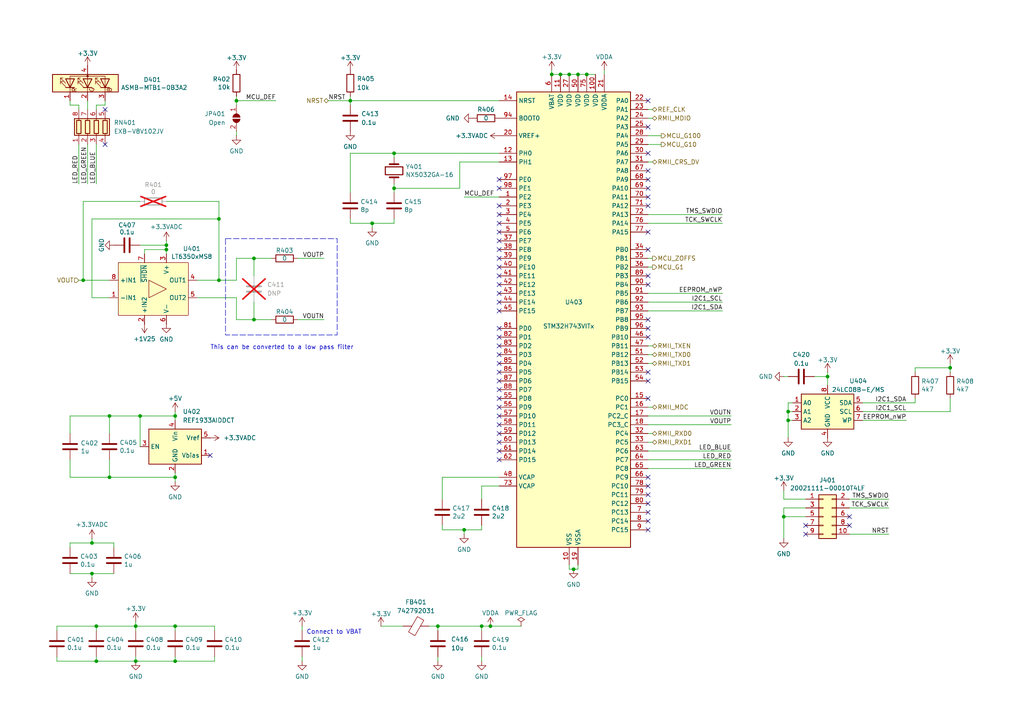
<source format=kicad_sch>
(kicad_sch (version 20231120) (generator "eeschema") (generator_version "8.0")
  (paper "A4")
  (junction (at 39.37 181.61))
  (junction (at 50.8 191.77))
  (junction (at 31.75 138.43))
  (junction (at 48.26 71.12))
  (junction (at 167.64 21.59))
  (junction (at 228.6 119.38))
  (junction (at 48.26 72.39))
  (junction (at 139.7 181.61))
  (junction (at 40.64 120.65))
  (junction (at 101.6 29.21))
  (junction (at 170.18 21.59))
  (junction (at 228.6 121.92))
  (junction (at 166.37 165.1))
  (junction (at 27.94 191.77))
  (junction (at 63.5 63.5))
  (junction (at 134.62 153.67))
  (junction (at 142.24 181.61))
  (junction (at 107.95 64.77))
  (junction (at 73.66 92.71))
  (junction (at 162.56 21.59))
  (junction (at 50.8 138.43))
  (junction (at 275.59 106.68))
  (junction (at 114.3 54.61))
  (junction (at 227.33 149.86))
  (junction (at 39.37 191.77))
  (junction (at 127 181.61))
  (junction (at 50.8 181.61))
  (junction (at 27.94 181.61))
  (junction (at 114.3 44.45))
  (junction (at 24.13 81.28))
  (junction (at 240.03 109.22))
  (junction (at 31.75 120.65))
  (junction (at 26.67 166.37))
  (junction (at 63.5 81.28))
  (junction (at 26.67 157.48))
  (junction (at 160.02 21.59))
  (junction (at 50.8 120.65))
  (junction (at 68.58 29.21))
  (junction (at 73.66 74.93))
  (junction (at 165.1 21.59))
  (no_connect (at 144.78 85.09))
  (no_connect (at 144.78 62.23))
  (no_connect (at 187.96 57.15))
  (no_connect (at 144.78 105.41))
  (no_connect (at 144.78 102.87))
  (no_connect (at 144.78 115.57))
  (no_connect (at 187.96 59.69))
  (no_connect (at 144.78 100.33))
  (no_connect (at 246.38 152.4))
  (no_connect (at 187.96 97.79))
  (no_connect (at 187.96 44.45))
  (no_connect (at 144.78 90.17))
  (no_connect (at 187.96 107.95))
  (no_connect (at 144.78 118.11))
  (no_connect (at 187.96 110.49))
  (no_connect (at 144.78 125.73))
  (no_connect (at 233.68 154.94))
  (no_connect (at 187.96 146.05))
  (no_connect (at 187.96 92.71))
  (no_connect (at 144.78 59.69))
  (no_connect (at 187.96 49.53))
  (no_connect (at 187.96 80.01))
  (no_connect (at 144.78 95.25))
  (no_connect (at 144.78 82.55))
  (no_connect (at 144.78 110.49))
  (no_connect (at 144.78 87.63))
  (no_connect (at 144.78 64.77))
  (no_connect (at 144.78 113.03))
  (no_connect (at 187.96 54.61))
  (no_connect (at 144.78 97.79))
  (no_connect (at 187.96 138.43))
  (no_connect (at 144.78 130.81))
  (no_connect (at 187.96 143.51))
  (no_connect (at 187.96 148.59))
  (no_connect (at 187.96 115.57))
  (no_connect (at 187.96 36.83))
  (no_connect (at 187.96 52.07))
  (no_connect (at 187.96 67.31))
  (no_connect (at 144.78 52.07))
  (no_connect (at 144.78 107.95))
  (no_connect (at 30.48 41.91))
  (no_connect (at 187.96 151.13))
  (no_connect (at 246.38 149.86))
  (no_connect (at 144.78 74.93))
  (no_connect (at 144.78 80.01))
  (no_connect (at 187.96 29.21))
  (no_connect (at 30.48 31.75))
  (no_connect (at 187.96 153.67))
  (no_connect (at 187.96 72.39))
  (no_connect (at 187.96 95.25))
  (no_connect (at 144.78 128.27))
  (no_connect (at 187.96 140.97))
  (no_connect (at 144.78 120.65))
  (no_connect (at 144.78 54.61))
  (no_connect (at 144.78 77.47))
  (no_connect (at 60.96 132.08))
  (no_connect (at 144.78 69.85))
  (no_connect (at 144.78 133.35))
  (no_connect (at 144.78 67.31))
  (no_connect (at 144.78 72.39))
  (no_connect (at 187.96 82.55))
  (no_connect (at 144.78 123.19))
  (no_connect (at 233.68 152.4))
  (wire (pts (xy 39.37 190.5) (xy 39.37 191.77)))
  (wire (pts (xy 73.66 74.93) (xy 78.74 74.93)))
  (wire (pts (xy 50.8 181.61) (xy 39.37 181.61)))
  (wire (pts (xy 162.56 21.59) (xy 165.1 21.59)))
  (wire (pts (xy 63.5 81.28) (xy 68.58 81.28)))
  (wire (pts (xy 265.43 107.95) (xy 265.43 106.68)))
  (wire (pts (xy 25.4 29.21) (xy 25.4 31.75)))
  (wire (pts (xy 165.1 165.1) (xy 166.37 165.1)))
  (wire (pts (xy 26.67 63.5) (xy 63.5 63.5)))
  (wire (pts (xy 26.67 86.36) (xy 31.75 86.36)))
  (wire (pts (xy 101.6 29.21) (xy 144.78 29.21)))
  (wire (pts (xy 39.37 181.61) (xy 27.94 181.61)))
  (wire (pts (xy 31.75 120.65) (xy 40.64 120.65)))
  (wire (pts (xy 189.23 77.47) (xy 187.96 77.47)))
  (wire (pts (xy 68.58 30.48) (xy 68.58 29.21)))
  (wire (pts (xy 33.02 157.48) (xy 26.67 157.48)))
  (wire (pts (xy 187.96 46.99) (xy 189.23 46.99)))
  (wire (pts (xy 240.03 109.22) (xy 240.03 111.76)))
  (wire (pts (xy 187.96 133.35) (xy 212.09 133.35)))
  (wire (pts (xy 26.67 156.21) (xy 26.67 157.48)))
  (wire (pts (xy 165.1 163.83) (xy 165.1 165.1)))
  (wire (pts (xy 228.6 127) (xy 228.6 121.92)))
  (wire (pts (xy 40.64 71.12) (xy 48.26 71.12)))
  (wire (pts (xy 27.94 181.61) (xy 16.51 181.61)))
  (wire (pts (xy 50.8 191.77) (xy 62.23 191.77)))
  (wire (pts (xy 86.36 92.71) (xy 93.98 92.71)))
  (wire (pts (xy 139.7 140.97) (xy 144.78 140.97)))
  (wire (pts (xy 41.91 72.39) (xy 41.91 73.66)))
  (wire (pts (xy 26.67 157.48) (xy 20.32 157.48)))
  (wire (pts (xy 20.32 120.65) (xy 31.75 120.65)))
  (wire (pts (xy 233.68 149.86) (xy 227.33 149.86)))
  (wire (pts (xy 87.63 181.61) (xy 87.63 182.88)))
  (wire (pts (xy 187.96 118.11) (xy 189.23 118.11)))
  (wire (pts (xy 26.67 86.36) (xy 26.67 63.5)))
  (wire (pts (xy 31.75 120.65) (xy 31.75 125.73)))
  (wire (pts (xy 30.48 30.48) (xy 27.94 30.48)))
  (wire (pts (xy 73.66 87.63) (xy 73.66 92.71)))
  (wire (pts (xy 187.96 125.73) (xy 189.23 125.73)))
  (wire (pts (xy 250.19 116.84) (xy 265.43 116.84)))
  (wire (pts (xy 27.94 30.48) (xy 27.94 31.75)))
  (wire (pts (xy 57.15 81.28) (xy 63.5 81.28)))
  (wire (pts (xy 139.7 181.61) (xy 139.7 182.88)))
  (wire (pts (xy 48.26 73.66) (xy 48.26 72.39)))
  (wire (pts (xy 40.64 120.65) (xy 50.8 120.65)))
  (wire (pts (xy 134.62 153.67) (xy 139.7 153.67)))
  (wire (pts (xy 250.19 121.92) (xy 262.89 121.92)))
  (wire (pts (xy 114.3 64.77) (xy 114.3 63.5)))
  (wire (pts (xy 275.59 105.41) (xy 275.59 106.68)))
  (wire (pts (xy 107.95 64.77) (xy 114.3 64.77)))
  (wire (pts (xy 191.77 39.37) (xy 187.96 39.37)))
  (wire (pts (xy 22.86 41.91) (xy 22.86 53.34)))
  (wire (pts (xy 187.96 34.29) (xy 189.23 34.29)))
  (wire (pts (xy 20.32 138.43) (xy 20.32 133.35)))
  (wire (pts (xy 227.33 149.86) (xy 227.33 147.32)))
  (wire (pts (xy 191.77 41.91) (xy 187.96 41.91)))
  (wire (pts (xy 236.22 109.22) (xy 240.03 109.22)))
  (wire (pts (xy 48.26 72.39) (xy 41.91 72.39)))
  (wire (pts (xy 187.96 100.33) (xy 189.23 100.33)))
  (wire (pts (xy 189.23 74.93) (xy 187.96 74.93)))
  (wire (pts (xy 187.96 105.41) (xy 189.23 105.41)))
  (wire (pts (xy 20.32 157.48) (xy 20.32 158.75)))
  (wire (pts (xy 114.3 44.45) (xy 101.6 44.45)))
  (wire (pts (xy 187.96 128.27) (xy 189.23 128.27)))
  (wire (pts (xy 110.49 181.61) (xy 116.84 181.61)))
  (wire (pts (xy 139.7 181.61) (xy 142.24 181.61)))
  (wire (pts (xy 189.23 102.87) (xy 187.96 102.87)))
  (wire (pts (xy 50.8 138.43) (xy 50.8 139.7)))
  (wire (pts (xy 139.7 140.97) (xy 139.7 144.78)))
  (wire (pts (xy 62.23 181.61) (xy 62.23 182.88)))
  (wire (pts (xy 24.13 81.28) (xy 31.75 81.28)))
  (wire (pts (xy 48.26 58.42) (xy 63.5 58.42)))
  (wire (pts (xy 160.02 21.59) (xy 162.56 21.59)))
  (wire (pts (xy 39.37 181.61) (xy 39.37 182.88)))
  (wire (pts (xy 16.51 190.5) (xy 16.51 191.77)))
  (wire (pts (xy 16.51 181.61) (xy 16.51 182.88)))
  (wire (pts (xy 133.35 46.99) (xy 133.35 54.61)))
  (wire (pts (xy 144.78 46.99) (xy 133.35 46.99)))
  (wire (pts (xy 68.58 74.93) (xy 73.66 74.93)))
  (wire (pts (xy 187.96 123.19) (xy 212.09 123.19)))
  (wire (pts (xy 68.58 81.28) (xy 68.58 74.93)))
  (wire (pts (xy 73.66 74.93) (xy 73.66 80.01)))
  (wire (pts (xy 228.6 119.38) (xy 228.6 121.92)))
  (wire (pts (xy 167.64 163.83) (xy 167.64 165.1)))
  (wire (pts (xy 187.96 120.65) (xy 212.09 120.65)))
  (wire (pts (xy 228.6 121.92) (xy 229.87 121.92)))
  (wire (pts (xy 27.94 181.61) (xy 27.94 182.88)))
  (wire (pts (xy 246.38 147.32) (xy 257.81 147.32)))
  (wire (pts (xy 50.8 181.61) (xy 50.8 182.88)))
  (wire (pts (xy 31.75 133.35) (xy 31.75 138.43)))
  (wire (pts (xy 134.62 57.15) (xy 144.78 57.15)))
  (wire (pts (xy 50.8 120.65) (xy 50.8 121.92)))
  (wire (pts (xy 48.26 71.12) (xy 48.26 72.39)))
  (wire (pts (xy 227.33 142.24) (xy 227.33 144.78)))
  (wire (pts (xy 128.27 138.43) (xy 144.78 138.43)))
  (wire (pts (xy 101.6 63.5) (xy 101.6 64.77)))
  (wire (pts (xy 80.01 29.21) (xy 68.58 29.21)))
  (wire (pts (xy 246.38 144.78) (xy 257.81 144.78)))
  (wire (pts (xy 227.33 147.32) (xy 233.68 147.32)))
  (wire (pts (xy 167.64 21.59) (xy 170.18 21.59)))
  (wire (pts (xy 187.96 87.63) (xy 209.55 87.63)))
  (wire (pts (xy 175.26 20.32) (xy 175.26 21.59)))
  (wire (pts (xy 68.58 38.1) (xy 68.58 39.37)))
  (wire (pts (xy 20.32 29.21) (xy 20.32 30.48)))
  (wire (pts (xy 68.58 86.36) (xy 57.15 86.36)))
  (wire (pts (xy 265.43 116.84) (xy 265.43 115.57)))
  (wire (pts (xy 22.86 81.28) (xy 24.13 81.28)))
  (wire (pts (xy 114.3 53.34) (xy 114.3 54.61)))
  (wire (pts (xy 139.7 191.77) (xy 139.7 190.5)))
  (wire (pts (xy 50.8 138.43) (xy 31.75 138.43)))
  (wire (pts (xy 187.96 90.17) (xy 209.55 90.17)))
  (wire (pts (xy 68.58 92.71) (xy 73.66 92.71)))
  (wire (pts (xy 134.62 154.94) (xy 134.62 153.67)))
  (wire (pts (xy 128.27 153.67) (xy 134.62 153.67)))
  (wire (pts (xy 101.6 29.21) (xy 101.6 30.48)))
  (wire (pts (xy 128.27 152.4) (xy 128.27 153.67)))
  (wire (pts (xy 22.86 30.48) (xy 22.86 31.75)))
  (wire (pts (xy 63.5 63.5) (xy 63.5 81.28)))
  (wire (pts (xy 27.94 41.91) (xy 27.94 53.34)))
  (wire (pts (xy 187.96 135.89) (xy 212.09 135.89)))
  (wire (pts (xy 275.59 119.38) (xy 275.59 115.57)))
  (wire (pts (xy 160.02 20.32) (xy 160.02 21.59)))
  (wire (pts (xy 127 181.61) (xy 124.46 181.61)))
  (wire (pts (xy 246.38 154.94) (xy 257.81 154.94)))
  (wire (pts (xy 95.25 29.21) (xy 101.6 29.21)))
  (wire (pts (xy 275.59 106.68) (xy 275.59 107.95)))
  (wire (pts (xy 101.6 64.77) (xy 107.95 64.77)))
  (wire (pts (xy 240.03 107.95) (xy 240.03 109.22)))
  (wire (pts (xy 187.96 31.75) (xy 189.23 31.75)))
  (wire (pts (xy 50.8 137.16) (xy 50.8 138.43)))
  (wire (pts (xy 33.02 157.48) (xy 33.02 158.75)))
  (wire (pts (xy 68.58 92.71) (xy 68.58 86.36)))
  (wire (pts (xy 229.87 119.38) (xy 228.6 119.38)))
  (wire (pts (xy 166.37 165.1) (xy 167.64 165.1)))
  (wire (pts (xy 127 181.61) (xy 127 182.88)))
  (wire (pts (xy 62.23 181.61) (xy 50.8 181.61)))
  (wire (pts (xy 133.35 54.61) (xy 114.3 54.61)))
  (wire (pts (xy 229.87 116.84) (xy 228.6 116.84)))
  (wire (pts (xy 25.4 41.91) (xy 25.4 53.34)))
  (wire (pts (xy 73.66 92.71) (xy 78.74 92.71)))
  (wire (pts (xy 228.6 116.84) (xy 228.6 119.38)))
  (wire (pts (xy 187.96 62.23) (xy 209.55 62.23)))
  (wire (pts (xy 39.37 180.34) (xy 39.37 181.61)))
  (wire (pts (xy 127 181.61) (xy 139.7 181.61)))
  (wire (pts (xy 40.64 120.65) (xy 40.64 129.54)))
  (wire (pts (xy 227.33 144.78) (xy 233.68 144.78)))
  (wire (pts (xy 30.48 29.21) (xy 30.48 30.48)))
  (wire (pts (xy 227.33 109.22) (xy 228.6 109.22)))
  (wire (pts (xy 114.3 45.72) (xy 114.3 44.45)))
  (wire (pts (xy 27.94 190.5) (xy 27.94 191.77)))
  (wire (pts (xy 265.43 106.68) (xy 275.59 106.68)))
  (wire (pts (xy 62.23 191.77) (xy 62.23 190.5)))
  (wire (pts (xy 68.58 29.21) (xy 68.58 27.94)))
  (wire (pts (xy 187.96 130.81) (xy 212.09 130.81)))
  (wire (pts (xy 24.13 58.42) (xy 24.13 81.28)))
  (wire (pts (xy 16.51 191.77) (xy 27.94 191.77)))
  (wire (pts (xy 127 191.77) (xy 127 190.5)))
  (wire (pts (xy 114.3 44.45) (xy 144.78 44.45)))
  (wire (pts (xy 50.8 190.5) (xy 50.8 191.77)))
  (wire (pts (xy 165.1 21.59) (xy 167.64 21.59)))
  (wire (pts (xy 250.19 119.38) (xy 275.59 119.38)))
  (wire (pts (xy 40.64 58.42) (xy 24.13 58.42)))
  (wire (pts (xy 101.6 44.45) (xy 101.6 55.88)))
  (wire (pts (xy 27.94 191.77) (xy 39.37 191.77)))
  (wire (pts (xy 139.7 153.67) (xy 139.7 152.4)))
  (wire (pts (xy 20.32 166.37) (xy 26.67 166.37)))
  (wire (pts (xy 39.37 191.77) (xy 50.8 191.77)))
  (wire (pts (xy 86.36 74.93) (xy 93.98 74.93)))
  (wire (pts (xy 87.63 190.5) (xy 87.63 191.77)))
  (wire (pts (xy 26.67 166.37) (xy 33.02 166.37)))
  (wire (pts (xy 48.26 69.85) (xy 48.26 71.12)))
  (wire (pts (xy 128.27 138.43) (xy 128.27 144.78)))
  (wire (pts (xy 20.32 30.48) (xy 22.86 30.48)))
  (wire (pts (xy 170.18 21.59) (xy 172.72 21.59)))
  (wire (pts (xy 63.5 58.42) (xy 63.5 63.5)))
  (wire (pts (xy 114.3 54.61) (xy 114.3 55.88)))
  (wire (pts (xy 187.96 85.09) (xy 209.55 85.09)))
  (wire (pts (xy 20.32 125.73) (xy 20.32 120.65)))
  (wire (pts (xy 50.8 119.38) (xy 50.8 120.65)))
  (wire (pts (xy 31.75 138.43) (xy 20.32 138.43)))
  (wire (pts (xy 107.95 66.04) (xy 107.95 64.77)))
  (wire (pts (xy 227.33 156.21) (xy 227.33 149.86)))
  (wire (pts (xy 142.24 181.61) (xy 151.13 181.61)))
  (wire (pts (xy 26.67 166.37) (xy 26.67 167.64)))
  (wire (pts (xy 187.96 64.77) (xy 209.55 64.77)))
  (wire (pts (xy 101.6 27.94) (xy 101.6 29.21)))
  (rectangle (start 65.405 69.215) (end 97.79 97.155) (stroke (width 0) (type dash)))
  (text "This can be converted to a low pass filter" (at 81.788 100.838 0) (effects (font (size 1.27 1.27))))
  (text "Connect to VBAT" (at 88.9 184.15 0) (effects (font (size 1.27 1.27)) (justify left bottom)))
  (label "MCU_DEF" (at 134.62 57.15 0))
  (label "VOUTN" (at 93.98 92.71 180))
  (label "MCU_DEF" (at 80.01 29.21 180))
  (label "I2C1_SDA" (at 209.55 90.17 180))
  (label "LED_RED" (at 22.86 53.34 90))
  (label "TCK_SWCLK" (at 209.55 64.77 180))
  (label "I2C1_SDA" (at 262.89 116.84 180))
  (label "LED_BLUE" (at 212.09 130.81 180))
  (label "TCK_SWCLK" (at 257.81 147.32 180))
  (label "VOUTP" (at 212.09 123.19 180))
  (label "I2C1_SCL" (at 262.89 119.38 180))
  (label "EEPROM_nWP" (at 262.89 121.92 180))
  (label "LED_GREEN" (at 25.4 53.34 90))
  (label "VOUTP" (at 93.98 74.93 180))
  (label "LED_GREEN" (at 212.09 135.89 180))
  (label "LED_RED" (at 212.09 133.35 180))
  (label "LED_BLUE" (at 27.94 53.34 90))
  (label "VOUTN" (at 212.09 120.65 180))
  (label "I2C1_SCL" (at 209.55 87.63 180))
  (label "EEPROM_nWP" (at 209.55 85.09 180))
  (label "NRST" (at 257.81 154.94 180))
  (label "TMS_SWDIO" (at 209.55 62.23 180))
  (label "TMS_SWDIO" (at 257.81 144.78 180))
  (label "NRST" (at 95.25 29.21 0))
  (hierarchical_label "RMII_MDC" (shape bidirectional) (at 189.23 118.11 0))
  (hierarchical_label "MCU_G1" (shape output) (at 189.23 77.47 0))
  (hierarchical_label "VOUT" (shape input) (at 22.86 81.28 180))
  (hierarchical_label "RMII_MDIO" (shape bidirectional) (at 189.23 34.29 0))
  (hierarchical_label "RMII_TXD1" (shape bidirectional) (at 189.23 105.41 0))
  (hierarchical_label "REF_CLK" (shape bidirectional) (at 189.23 31.75 0))
  (hierarchical_label "RMII_TXEN" (shape bidirectional) (at 189.23 100.33 0))
  (hierarchical_label "RMII_TXD0" (shape bidirectional) (at 189.23 102.87 0))
  (hierarchical_label "NRST" (shape bidirectional) (at 95.25 29.21 180))
  (hierarchical_label "MCU_G10" (shape output) (at 191.77 41.91 0))
  (hierarchical_label "MCU_ZOFFS" (shape output) (at 189.23 74.93 0))
  (hierarchical_label "RMII_CRS_DV" (shape bidirectional) (at 189.23 46.99 0))
  (hierarchical_label "MCU_G100" (shape output) (at 191.77 39.37 0))
  (hierarchical_label "RMII_RXD0" (shape bidirectional) (at 189.23 125.73 0))
  (hierarchical_label "RMII_RXD1" (shape bidirectional) (at 189.23 128.27 0))
  (symbol (lib_id "power:VDDA") (at 175.26 20.32 0) (unit 1)
    (property "Reference" "#PWR0429" (effects (hide yes)))
    (property "Value" "VDDA" (at 175.26 16.51 0))
    (property "Description" "Power symbol creates a global label with name \"VDDA\"" (effects (hide yes)))
    (instances (project "ETH1ISO224" (path "" (reference "#PWR0429") (unit 1))) (project "ETH1HMSR-SMS" (path "" (reference "#PWR0431") (unit 1))) (project "ETH1IRCAM1" (path "" (reference "#PWR0418") (unit 1))))
  )
  (symbol (lib_id "LED:ASMB-MTB1-0A3A2") (at 25.4 24.13 90) (unit 1)
    (property "Reference" "D401" (at 46.736 23.114 90) (effects (justify left)))
    (property "Value" "ASMB-MTB1-0B3A2" (at 54.356 25.4 90) (effects (justify left)))
    (property "Footprint" "LED_SMD:LED_Avago_PLCC4_3.2x2.8mm_CW" (effects (hide yes)))
    (property "Datasheet" "https://docs.broadcom.com/docs/AV02-4194EN" (effects (hide yes)))
  )
  (symbol (lib_id "Device:C") (at 16.51 186.69 0) (unit 1)
    (property "Reference" "C401" (at 19.431 185.5216 0) (effects (justify left)))
    (property "Value" "0.1u" (at 19.431 187.833 0) (effects (justify left)))
    (property "Footprint" "Capacitor_SMD:C_0603_1608Metric_Pad1.08x0.95mm_HandSolder" (effects (hide yes)))
  )
  (symbol (lib_id "power:GND") (at 228.6 127 0) (unit 1)
    (property "Reference" "#PWR0433" (effects (hide yes)))
    (property "Value" "GND" (at 228.6 131.445 0))
    (property "Description" "Power symbol creates a global label with name \"GND\" , ground" (effects (hide yes)))
    (instances (project "ETH1ISO224" (path "" (reference "#PWR0433") (unit 1))) (project "ETH1HMSR-SMS" (path "" (reference "#PWR0435") (unit 1))) (project "ETH1IRCAM1" (path "" (reference "#PWR0424") (unit 1))))
  )
  (symbol (lib_id "ETH1ISO224:LT6350xMS8") (at 44.45 83.82 0) (unit 1)
    (property "Reference" "U401" (at 55.626 72.136 0))
    (property "Value" "LT6350xMS8" (at 55.626 74.422 0))
    (property "Footprint" "Package_SO:MSOP-8_3x3mm_P0.65mm" (effects (hide yes)))
    (property "Datasheet" "https://www.analog.com/media/en/technical-documentation/data-sheets/6350fc.pdf" (effects (hide yes)))
  )
  (symbol (lib_id "power:GND") (at 139.7 191.77 0) (unit 1)
    (property "Reference" "#PWR0424" (effects (hide yes)))
    (property "Value" "GND" (at 139.7 196.215 0))
    (property "Description" "Power symbol creates a global label with name \"GND\" , ground" (effects (hide yes)))
    (instances (project "ETH1ISO224" (path "" (reference "#PWR0424") (unit 1))) (project "ETH1HMSR-SMS" (path "" (reference "#PWR0426") (unit 1))) (project "ETH1IRCAM1" (path "" (reference "#PWR0413") (unit 1))))
  )
  (symbol (lib_id "Device:Crystal") (at 114.3 49.53 270) (unit 1)
    (property "Reference" "Y401" (at 117.6274 48.3616 90) (effects (justify left)))
    (property "Value" "NX5032GA-16" (at 117.6274 50.673 90) (effects (justify left)))
    (property "Footprint" "ETH1ISO224:NX5032GA" (effects (hide yes)))
  )
  (symbol (lib_id "Device:FerriteBead") (at 120.65 181.61 270) (unit 1)
    (property "Reference" "FB401" (at 120.65 174.625 90))
    (property "Value" "742792031" (at 120.65 177.165 90))
    (property "Footprint" "Inductor_SMD:L_0805_2012Metric_Pad1.05x1.20mm_HandSolder" (effects (hide yes)))
  )
  (symbol (lib_id "Device:C") (at 139.7 148.59 0) (unit 1)
    (property "Reference" "C418" (at 142.621 147.4216 0) (effects (justify left)))
    (property "Value" "2u2" (at 142.621 149.733 0) (effects (justify left)))
    (property "Footprint" "Capacitor_SMD:C_0603_1608Metric_Pad1.08x0.95mm_HandSolder" (effects (hide yes)))
    (instances (project "ETH1ISO224" (path "" (reference "C418") (unit 1))) (project "ETH1HMSR-SMS" (path "" (reference "C420") (unit 1))) (project "ETH1IRCAM1" (path "" (reference "C412") (unit 1))))
  )
  (symbol (lib_id "power:GND") (at 137.16 34.29 270) (unit 1)
    (property "Reference" "#PWR0423" (effects (hide yes)))
    (property "Value" "GND" (at 133.35 34.29 90) (effects (justify right)))
    (property "Description" "Power symbol creates a global label with name \"GND\" , ground" (effects (hide yes)))
    (instances (project "ETH1ISO224" (path "" (reference "#PWR0423") (unit 1))) (project "ETH1HMSR-SMS" (path "" (reference "#PWR0425") (unit 1))) (project "ETH1IRCAM1" (path "" (reference "#PWR0412") (unit 1))))
  )
  (symbol (lib_id "Device:R") (at 82.55 92.71 90) (unit 1)
    (property "Reference" "R404" (at 82.55 90.424 90))
    (property "Value" "0" (at 82.55 92.71 90))
    (property "Footprint" "Resistor_SMD:R_0603_1608Metric_Pad0.98x0.95mm_HandSolder" (effects (hide yes)))
    (property "Description" "Resistor" (effects (hide yes)))
    (instances (project "ETH1ISO224" (path "" (reference "R404") (unit 1))) (project "ETH1HMSR-SMS" (path "" (reference "R403") (unit 1))))
  )
  (symbol (lib_id "Device:C") (at 39.37 186.69 0) (unit 1)
    (property "Reference" "C408" (at 42.291 185.5216 0) (effects (justify left)))
    (property "Value" "0.1u" (at 42.291 187.833 0) (effects (justify left)))
    (property "Footprint" "Capacitor_SMD:C_0603_1608Metric_Pad1.08x0.95mm_HandSolder" (effects (hide yes)))
    (instances (project "ETH1ISO224" (path "" (reference "C408") (unit 1))) (project "ETH1HMSR-SMS" (path "" (reference "C407") (unit 1))) (project "ETH1IRCAM1" (path "" (reference "C403") (unit 1))))
  )
  (symbol (lib_id "power:GND") (at 48.26 93.98 0) (unit 1)
    (property "Reference" "#PWR0409" (effects (hide yes)))
    (property "Value" "GND" (at 48.26 98.425 0))
    (property "Description" "Power symbol creates a global label with name \"GND\" , ground" (effects (hide yes)))
  )
  (symbol (lib_id "power:GND") (at 39.37 191.77 0) (unit 1)
    (property "Reference" "#PWR0406" (effects (hide yes)))
    (property "Value" "GND" (at 39.37 196.215 0))
    (property "Description" "Power symbol creates a global label with name \"GND\" , ground" (effects (hide yes)))
    (instances (project "ETH1ISO224" (path "" (reference "#PWR0406") (unit 1))) (project "ETH1HMSR-SMS" (path "" (reference "#PWR0406") (unit 1))) (project "ETH1IRCAM1" (path "" (reference "#PWR0402") (unit 1))))
  )
  (symbol (lib_id "power:GND") (at 134.62 154.94 0) (unit 1)
    (property "Reference" "#PWR0422" (effects (hide yes)))
    (property "Value" "GND" (at 134.62 159.385 0))
    (property "Description" "Power symbol creates a global label with name \"GND\" , ground" (effects (hide yes)))
    (instances (project "ETH1ISO224" (path "" (reference "#PWR0422") (unit 1))) (project "ETH1HMSR-SMS" (path "" (reference "#PWR0424") (unit 1))) (project "ETH1IRCAM1" (path "" (reference "#PWR0411") (unit 1))))
  )
  (symbol (lib_id "power:PWR_FLAG") (at 151.13 181.61 0) (unit 1)
    (property "Reference" "#FLG0401" (effects (hide yes)))
    (property "Value" "PWR_FLAG" (at 151.13 177.8 0))
    (property "Description" "Special symbol for telling ERC where power comes from" (effects (hide yes)))
  )
  (symbol (lib_id "power:GND") (at 240.03 127 0) (unit 1)
    (property "Reference" "#PWR0435" (effects (hide yes)))
    (property "Value" "GND" (at 240.03 131.445 0))
    (property "Description" "Power symbol creates a global label with name \"GND\" , ground" (effects (hide yes)))
    (instances (project "ETH1ISO224" (path "" (reference "#PWR0435") (unit 1))) (project "ETH1HMSR-SMS" (path "" (reference "#PWR0437") (unit 1))) (project "ETH1IRCAM1" (path "" (reference "#PWR0426") (unit 1))))
  )
  (symbol (lib_id "power:+3.3V") (at 101.6 20.32 0) (mirror y) (unit 1)
    (property "Reference" "#PWR0417" (effects (hide yes)))
    (property "Value" "+3.3V" (at 101.6 16.764 0))
    (property "Description" "Power symbol creates a global label with name \"+3.3V\"" (effects (hide yes)))
    (instances (project "ETH1ISO224" (path "" (reference "#PWR0417") (unit 1))) (project "ETH1HMSR-SMS" (path "" (reference "#PWR0419") (unit 1))) (project "ETH1IRCAM1" (path "" (reference "#PWR0408") (unit 1))))
  )
  (symbol (lib_id "power:GND") (at 101.6 38.1 0) (unit 1)
    (property "Reference" "#PWR0418" (effects (hide yes)))
    (property "Value" "GND" (at 101.6 42.545 0))
    (property "Description" "Power symbol creates a global label with name \"GND\" , ground" (effects (hide yes)))
    (instances (project "ETH1ISO224" (path "" (reference "#PWR0418") (unit 1))) (project "ETH1HMSR-SMS" (path "" (reference "#PWR0420") (unit 1))) (project "ETH1IRCAM1" (path "" (reference "#PWR0409") (unit 1))))
  )
  (symbol (lib_id "power:+3.3V") (at 25.4 19.05 0) (unit 1)
    (property "Reference" "#PWR0401" (effects (hide yes)))
    (property "Value" "+3.3V" (at 25.4 15.494 0))
    (property "Description" "Power symbol creates a global label with name \"+3.3V\"" (effects (hide yes)))
    (instances (project "ETH1ISO224" (path "" (reference "#PWR0401") (unit 1))) (project "ETH1HMSR-SMS" (path "" (reference "#PWR0401") (unit 1))) (project "ETH1IRCAM1" (path "" (reference "#PWR0403") (unit 1))))
  )
  (symbol (lib_id "power:VDDA") (at 142.24 181.61 0) (unit 1)
    (property "Reference" "#PWR0425" (effects (hide yes)))
    (property "Value" "VDDA" (at 142.24 177.8 0))
    (property "Description" "Power symbol creates a global label with name \"VDDA\"" (effects (hide yes)))
    (instances (project "ETH1ISO224" (path "" (reference "#PWR0425") (unit 1))) (project "ETH1HMSR-SMS" (path "" (reference "#PWR0427") (unit 1))) (project "ETH1IRCAM1" (path "" (reference "#PWR0414") (unit 1))))
  )
  (symbol (lib_id "Device:R") (at 140.97 34.29 270) (mirror x) (unit 1)
    (property "Reference" "R406" (at 140.97 31.75 90))
    (property "Value" "0" (at 140.97 34.29 90))
    (property "Footprint" "Resistor_SMD:R_0603_1608Metric_Pad0.98x0.95mm_HandSolder" (effects (hide yes)))
    (instances (project "ETH1ISO224" (path "" (reference "R406") (unit 1))) (project "ETH1HMSR-SMS" (path "" (reference "R405") (unit 1))) (project "ETH1IRCAM1" (path "" (reference "R402") (unit 1))))
  )
  (symbol (lib_id "power:+3.3VADC") (at 60.96 127 270) (unit 1)
    (property "Reference" "#PWR0412" (effects (hide yes)))
    (property "Value" "+3.3VADC" (at 64.77 126.9999 90) (effects (justify left)))
    (property "Description" "Power symbol creates a global label with name \"+3.3VADC\"" (effects (hide yes)))
  )
  (symbol (lib_id "Device:C") (at 36.83 71.12 270) (unit 1)
    (property "Reference" "C407" (at 36.83 65.278 90))
    (property "Value" "0.1u" (at 36.83 67.31 90))
    (property "Footprint" "Capacitor_SMD:C_0603_1608Metric_Pad1.08x0.95mm_HandSolder" (effects (hide yes)))
    (instances (project "ETH1ISO224" (path "" (reference "C407") (unit 1))) (project "ETH1HMSR-SMS" (path "" (reference "C406") (unit 1))))
  )
  (symbol (lib_id "Device:C") (at 31.75 129.54 0) (unit 1)
    (property "Reference" "C405" (at 34.671 128.3716 0) (effects (justify left)))
    (property "Value" "0.1u" (at 34.671 130.683 0) (effects (justify left)))
    (property "Footprint" "Capacitor_SMD:C_0603_1608Metric_Pad1.08x0.95mm_HandSolder" (effects (hide yes)))
    (instances (project "ETH1ISO224" (path "" (reference "C405") (unit 1))) (project "ETH1HMSR-SMS" (path "" (reference "C404") (unit 1))) (project "ETH1IRCAM1" (path "" (reference "C410") (unit 1))))
  )
  (symbol (lib_id "power:+3.3VADC") (at 144.78 39.37 90) (unit 1)
    (property "Reference" "#PWR0426" (effects (hide yes)))
    (property "Value" "+3.3VADC" (at 141.605 39.37 90) (effects (justify left)))
    (property "Description" "Power symbol creates a global label with name \"+3.3VADC\"" (effects (hide yes)))
    (instances (project "ETH1ISO224" (path "" (reference "#PWR0426") (unit 1))) (project "ETH1HMSR-SMS" (path "" (reference "#PWR0428") (unit 1))))
  )
  (symbol (lib_id "power:+3.3V") (at 275.59 105.41 0) (unit 1)
    (property "Reference" "#PWR0436" (effects (hide yes)))
    (property "Value" "+3.3V" (at 275.59 101.854 0))
    (property "Description" "Power symbol creates a global label with name \"+3.3V\"" (effects (hide yes)))
    (instances (project "ETH1ISO224" (path "" (reference "#PWR0436") (unit 1))) (project "ETH1HMSR-SMS" (path "" (reference "#PWR0438") (unit 1))) (project "ETH1IRCAM1" (path "" (reference "#PWR0427") (unit 1))))
  )
  (symbol (lib_id "Device:C") (at 20.32 162.56 0) (unit 1)
    (property "Reference" "C403" (at 23.241 161.3916 0) (effects (justify left)))
    (property "Value" "0.1u" (at 23.241 163.703 0) (effects (justify left)))
    (property "Footprint" "Capacitor_SMD:C_0603_1608Metric_Pad1.08x0.95mm_HandSolder" (effects (hide yes)))
    (instances (project "ETH1ISO224" (path "" (reference "C403") (unit 1))) (project "ETH1HMSR-SMS" (path "" (reference "C405") (unit 1))) (project "ETH1IRCAM1" (path "" (reference "C410") (unit 1))))
  )
  (symbol (lib_id "Device:R") (at 44.45 58.42 90) (unit 1) (dnp yes)
    (property "Reference" "R401" (at 44.45 53.594 90))
    (property "Value" "0" (at 44.45 55.626 90))
    (property "Footprint" "Resistor_SMD:R_0603_1608Metric_Pad0.98x0.95mm_HandSolder" (effects (hide yes)))
    (instances (project "ETH1ISO224" (path "" (reference "R401") (unit 1))) (project "ETH1HMSR-SMS" (path "" (reference "R408") (unit 1))))
  )
  (symbol (lib_id "Device:C") (at 20.32 129.54 0) (unit 1)
    (property "Reference" "C402" (at 23.368 128.524 0) (effects (justify left)))
    (property "Value" "1u" (at 23.368 130.8354 0) (effects (justify left)))
    (property "Footprint" "Capacitor_SMD:C_0603_1608Metric_Pad1.08x0.95mm_HandSolder" (effects (hide yes)))
    (instances (project "ETH1ISO224" (path "" (reference "C402") (unit 1))) (project "ETH1HMSR-SMS" (path "" (reference "C402") (unit 1))) (project "ETH1IRCAM1" (path "" (reference "C410") (unit 1))))
  )
  (symbol (lib_id "power:GND") (at 166.37 165.1 0) (unit 1)
    (property "Reference" "#PWR0428" (effects (hide yes)))
    (property "Value" "GND" (at 166.37 169.545 0))
    (property "Description" "Power symbol creates a global label with name \"GND\" , ground" (effects (hide yes)))
    (instances (project "ETH1ISO224" (path "" (reference "#PWR0428") (unit 1))) (project "ETH1HMSR-SMS" (path "" (reference "#PWR0430") (unit 1))) (project "ETH1IRCAM1" (path "" (reference "#PWR0417") (unit 1))))
  )
  (symbol (lib_id "Device:C") (at 33.02 162.56 0) (unit 1)
    (property "Reference" "C406" (at 35.941 161.3916 0) (effects (justify left)))
    (property "Value" "1u" (at 35.941 163.703 0) (effects (justify left)))
    (property "Footprint" "Capacitor_SMD:C_0603_1608Metric_Pad1.08x0.95mm_HandSolder" (effects (hide yes)))
    (instances (project "ETH1ISO224" (path "" (reference "C406") (unit 1))) (project "ETH1HMSR-SMS" (path "" (reference "C408") (unit 1))) (project "ETH1IRCAM1" (path "" (reference "C410") (unit 1))))
  )
  (symbol (lib_id "power:+5V") (at 50.8 119.38 0) (unit 1)
    (property "Reference" "#PWR0410" (effects (hide yes)))
    (property "Value" "+5V" (at 50.8 115.57 0))
    (property "Description" "Power symbol creates a global label with name \"+5V\"" (effects (hide yes)))
  )
  (symbol (lib_id "Device:R") (at 265.43 111.76 0) (unit 1)
    (property "Reference" "R407" (at 267.208 110.5916 0) (effects (justify left)))
    (property "Value" "4k7" (at 267.208 112.903 0) (effects (justify left)))
    (property "Footprint" "Resistor_SMD:R_0603_1608Metric_Pad0.98x0.95mm_HandSolder" (effects (hide yes)))
    (instances (project "ETH1ISO224" (path "" (reference "R407") (unit 1))) (project "ETH1HMSR-SMS" (path "" (reference "R406") (unit 1))) (project "ETH1IRCAM1" (path "" (reference "R404") (unit 1))))
  )
  (symbol (lib_id "power:+3.3V") (at 160.02 20.32 0) (unit 1)
    (property "Reference" "#PWR0427" (effects (hide yes)))
    (property "Value" "+3.3V" (at 160.02 16.51 0))
    (property "Description" "Power symbol creates a global label with name \"+3.3V\"" (effects (hide yes)))
    (instances (project "ETH1ISO224" (path "" (reference "#PWR0427") (unit 1))) (project "ETH1HMSR-SMS" (path "" (reference "#PWR0429") (unit 1))) (project "ETH1IRCAM1" (path "" (reference "#PWR0416") (unit 1))))
  )
  (symbol (lib_id "power:GND") (at 33.02 71.12 270) (unit 1)
    (property "Reference" "#PWR0404" (effects (hide yes)))
    (property "Value" "GND" (at 29.464 73.152 0) (effects (justify right)))
    (property "Description" "Power symbol creates a global label with name \"GND\" , ground" (effects (hide yes)))
    (instances (project "ETH1ISO224" (path "" (reference "#PWR0404") (unit 1))) (project "ETH1HMSR-SMS" (path "" (reference "#PWR0402") (unit 1))))
  )
  (symbol (lib_id "power:GND") (at 127 191.77 0) (unit 1)
    (property "Reference" "#PWR0421" (effects (hide yes)))
    (property "Value" "GND" (at 127 196.215 0))
    (property "Description" "Power symbol creates a global label with name \"GND\" , ground" (effects (hide yes)))
    (instances (project "ETH1ISO224" (path "" (reference "#PWR0421") (unit 1))) (project "ETH1HMSR-SMS" (path "" (reference "#PWR0423") (unit 1))) (project "ETH1IRCAM1" (path "" (reference "#PWR0410") (unit 1))))
  )
  (symbol (lib_id "Device:C") (at 101.6 34.29 0) (unit 1)
    (property "Reference" "C413" (at 104.775 33.02 0) (effects (justify left)))
    (property "Value" "0.1u" (at 104.775 35.56 0) (effects (justify left)))
    (property "Footprint" "Capacitor_SMD:C_0603_1608Metric_Pad1.08x0.95mm_HandSolder" (effects (hide yes)))
    (instances (project "ETH1ISO224" (path "" (reference "C413") (unit 1))) (project "ETH1HMSR-SMS" (path "" (reference "C415") (unit 1))) (project "ETH1IRCAM1" (path "" (reference "C409") (unit 1))))
  )
  (symbol (lib_id "Device:R") (at 101.6 24.13 0) (unit 1)
    (property "Reference" "R405" (at 103.505 22.86 0) (effects (justify left)))
    (property "Value" "10k" (at 103.505 25.4 0) (effects (justify left)))
    (property "Footprint" "Resistor_SMD:R_0603_1608Metric_Pad0.98x0.95mm_HandSolder" (effects (hide yes)))
    (instances (project "ETH1ISO224" (path "" (reference "R405") (unit 1))) (project "ETH1HMSR-SMS" (path "" (reference "R404") (unit 1))) (project "ETH1IRCAM1" (path "" (reference "R401") (unit 1))))
  )
  (symbol (lib_id "power:GND") (at 107.95 66.04 0) (unit 1)
    (property "Reference" "#PWR0419" (effects (hide yes)))
    (property "Value" "GND" (at 107.95 70.485 0))
    (property "Description" "Power symbol creates a global label with name \"GND\" , ground" (effects (hide yes)))
    (instances (project "ETH1ISO224" (path "" (reference "#PWR0419") (unit 1))) (project "ETH1HMSR-SMS" (path "" (reference "#PWR0421") (unit 1))) (project "ETH1IRCAM1" (path "" (reference "#PWR0406") (unit 1))))
  )
  (symbol (lib_id "power:+3.3V") (at 39.37 180.34 0) (unit 1)
    (property "Reference" "#PWR0405" (effects (hide yes)))
    (property "Value" "+3.3V" (at 39.37 176.53 0))
    (property "Description" "Power symbol creates a global label with name \"+3.3V\"" (effects (hide yes)))
    (instances (project "ETH1ISO224" (path "" (reference "#PWR0405") (unit 1))) (project "ETH1HMSR-SMS" (path "" (reference "#PWR0405") (unit 1))) (project "ETH1IRCAM1" (path "" (reference "#PWR0401") (unit 1))))
  )
  (symbol (lib_id "power:GND") (at 50.8 139.7 0) (unit 1)
    (property "Reference" "#PWR0411" (effects (hide yes)))
    (property "Value" "GND" (at 50.8 144.145 0))
    (property "Description" "Power symbol creates a global label with name \"GND\" , ground" (effects (hide yes)))
    (instances (project "ETH1ISO224" (path "" (reference "#PWR0411") (unit 1))) (project "ETH1HMSR-SMS" (path "" (reference "#PWR0411") (unit 1))) (project "ETH1IRCAM1" (path "" (reference "#PWR0406") (unit 1))))
  )
  (symbol (lib_id "power:GND") (at 227.33 109.22 270) (unit 1)
    (property "Reference" "#PWR0430" (effects (hide yes)))
    (property "Value" "GND" (at 224.155 109.22 90) (effects (justify right)))
    (property "Description" "Power symbol creates a global label with name \"GND\" , ground" (effects (hide yes)))
    (instances (project "ETH1ISO224" (path "" (reference "#PWR0430") (unit 1))) (project "ETH1HMSR-SMS" (path "" (reference "#PWR0432") (unit 1))) (project "ETH1IRCAM1" (path "" (reference "#PWR0423") (unit 1))))
  )
  (symbol (lib_id "Device:C") (at 101.6 59.69 0) (unit 1)
    (property "Reference" "C414" (at 104.521 58.5216 0) (effects (justify left)))
    (property "Value" "8p" (at 104.521 60.833 0) (effects (justify left)))
    (property "Footprint" "Capacitor_SMD:C_0603_1608Metric_Pad1.08x0.95mm_HandSolder" (effects (hide yes)))
    (instances (project "ETH1ISO224" (path "" (reference "C414") (unit 1))) (project "ETH1HMSR-SMS" (path "" (reference "C416") (unit 1))) (project "ETH1IRCAM1" (path "" (reference "C407") (unit 1))))
  )
  (symbol (lib_id "power:GND") (at 87.63 191.77 0) (unit 1)
    (property "Reference" "#PWR0416" (effects (hide yes)))
    (property "Value" "GND" (at 87.63 196.215 0))
    (property "Description" "Power symbol creates a global label with name \"GND\" , ground" (effects (hide yes)))
    (instances (project "ETH1ISO224" (path "" (reference "#PWR0416") (unit 1))) (project "ETH1HMSR-SMS" (path "" (reference "#PWR0418") (unit 1))) (project "ETH1IRCAM1" (path "" (reference "#PWR0405") (unit 1))))
  )
  (symbol (lib_id "ETH1ISO224:REF19xxAIDDCT") (at 50.8 129.54 0) (unit 1)
    (property "Reference" "U402" (at 52.9941 119.38 0) (effects (justify left)))
    (property "Value" "REF1933AIDDCT" (at 52.9941 121.92 0) (effects (justify left)))
    (property "Footprint" "Package_TO_SOT_SMD:SOT-23-5_HandSoldering" (effects (hide yes)))
    (property "Datasheet" "https://www.ti.com/lit/ds/symlink/ref1941.pdf?ts=1711096403483&ref_url=https%253A%252F%252Fwww.mouser.it%252F" (effects (hide yes)))
    (property "Description" "Precision voltage references, DIP-8/SO-8/TSSOP-8" (effects (hide yes)))
  )
  (symbol (lib_id "power:+3.3V") (at 110.49 181.61 0) (unit 1)
    (property "Reference" "#PWR0420" (effects (hide yes)))
    (property "Value" "+3.3V" (at 110.49 178.054 0))
    (property "Description" "Power symbol creates a global label with name \"+3.3V\"" (effects (hide yes)))
    (instances (project "ETH1ISO224" (path "" (reference "#PWR0420") (unit 1))) (project "ETH1HMSR-SMS" (path "" (reference "#PWR0422") (unit 1))) (project "ETH1IRCAM1" (path "" (reference "#PWR0407") (unit 1))))
  )
  (symbol (lib_id "Device:C") (at 62.23 186.69 0) (unit 1)
    (property "Reference" "C410" (at 65.151 185.5216 0) (effects (justify left)))
    (property "Value" "0.1u" (at 65.151 187.833 0) (effects (justify left)))
    (property "Footprint" "Capacitor_SMD:C_0603_1608Metric_Pad1.08x0.95mm_HandSolder" (effects (hide yes)))
    (instances (project "ETH1ISO224" (path "" (reference "C410") (unit 1))) (project "ETH1HMSR-SMS" (path "" (reference "C411") (unit 1))) (project "ETH1IRCAM1" (path "" (reference "C405") (unit 1))))
  )
  (symbol (lib_id "power:+3.3V") (at 87.63 181.61 0) (unit 1)
    (property "Reference" "#PWR0415" (effects (hide yes)))
    (property "Value" "+3.3V" (at 87.63 177.8 0))
    (property "Description" "Power symbol creates a global label with name \"+3.3V\"" (effects (hide yes)))
    (instances (project "ETH1ISO224" (path "" (reference "#PWR0415") (unit 1))) (project "ETH1HMSR-SMS" (path "" (reference "#PWR0417") (unit 1))) (project "ETH1IRCAM1" (path "" (reference "#PWR0404") (unit 1))))
  )
  (symbol (lib_id "Device:C") (at 127 186.69 0) (unit 1)
    (property "Reference" "C416" (at 130.81 185.4199 0) (effects (justify left)))
    (property "Value" "10u" (at 130.81 187.9599 0) (effects (justify left)))
    (property "Footprint" "Capacitor_SMD:C_0603_1608Metric_Pad1.08x0.95mm_HandSolder" (effects (hide yes)))
    (instances (project "ETH1ISO224" (path "" (reference "C416") (unit 1))) (project "ETH1HMSR-SMS" (path "" (reference "C418") (unit 1))) (project "ETH1IRCAM1" (path "" (reference "C411") (unit 1))))
  )
  (symbol (lib_id "power:+3.3V") (at 68.58 20.32 0) (unit 1)
    (property "Reference" "#PWR0413" (effects (hide yes)))
    (property "Value" "+3.3V" (at 68.58 16.764 0))
    (property "Description" "Power symbol creates a global label with name \"+3.3V\"" (effects (hide yes)))
    (instances (project "ETH1ISO224" (path "" (reference "#PWR0413") (unit 1))) (project "ETH1HMSR-SMS" (path "" (reference "#PWR0415") (unit 1))) (project "ETH1IRCAM1" (path "" (reference "#PWR0419") (unit 1))))
  )
  (symbol (lib_id "Device:C") (at 128.27 148.59 0) (unit 1)
    (property "Reference" "C417" (at 131.191 147.4216 0) (effects (justify left)))
    (property "Value" "2u2" (at 131.191 149.733 0) (effects (justify left)))
    (property "Footprint" "Capacitor_SMD:C_0603_1608Metric_Pad1.08x0.95mm_HandSolder" (effects (hide yes)))
    (instances (project "ETH1ISO224" (path "" (reference "C417") (unit 1))) (project "ETH1HMSR-SMS" (path "" (reference "C419") (unit 1))) (project "ETH1IRCAM1" (path "" (reference "C410") (unit 1))))
  )
  (symbol (lib_id "Device:R") (at 68.58 24.13 0) (mirror x) (unit 1)
    (property "Reference" "R402" (at 66.802 22.9616 0) (effects (justify right)))
    (property "Value" "10k" (at 66.802 25.273 0) (effects (justify right)))
    (property "Footprint" "Resistor_SMD:R_0603_1608Metric_Pad0.98x0.95mm_HandSolder" (effects (hide yes)))
    (instances (project "ETH1ISO224" (path "" (reference "R402") (unit 1))) (project "ETH1HMSR-SMS" (path "" (reference "R401") (unit 1))) (project "ETH1IRCAM1" (path "" (reference "R403") (unit 1))))
  )
  (symbol (lib_id "power:+3.3V") (at 227.33 142.24 0) (unit 1)
    (property "Reference" "#PWR0431" (effects (hide yes)))
    (property "Value" "+3.3V" (at 227.33 138.684 0))
    (property "Description" "Power symbol creates a global label with name \"+3.3V\"" (effects (hide yes)))
    (instances (project "ETH1ISO224" (path "" (reference "#PWR0431") (unit 1))) (project "ETH1HMSR-SMS" (path "" (reference "#PWR0433") (unit 1))) (project "ETH1IRCAM1" (path "" (reference "#PWR0421") (unit 1))))
  )
  (symbol (lib_id "Device:C") (at 232.41 109.22 90) (unit 1)
    (property "Reference" "C420" (at 232.41 102.87 90))
    (property "Value" "0.1u" (at 232.41 105.41 90))
    (property "Footprint" "Capacitor_SMD:C_0603_1608Metric_Pad1.08x0.95mm_HandSolder" (effects (hide yes)))
    (instances (project "ETH1ISO224" (path "" (reference "C420") (unit 1))) (project "ETH1HMSR-SMS" (path "" (reference "C422") (unit 1))) (project "ETH1IRCAM1" (path "" (reference "C414") (unit 1))))
  )
  (symbol (lib_id "Connector_Generic:Conn_02x05_Odd_Even") (at 238.76 149.86 0) (unit 1)
    (property "Reference" "J401" (at 240.03 139.2682 0))
    (property "Value" "20021111-00010T4LF" (at 240.03 141.5796 0))
    (property "Footprint" "Connector_PinHeader_1.27mm:PinHeader_2x05_P1.27mm_Vertical" (effects (hide yes)))
  )
  (symbol (lib_id "Device:C") (at 73.66 83.82 0) (unit 1) (dnp yes)
    (property "Reference" "C411" (at 77.47 82.5499 0) (effects (justify left)))
    (property "Value" "DNP" (at 77.47 85.0899 0) (effects (justify left)))
    (property "Footprint" "Capacitor_SMD:C_0603_1608Metric_Pad1.08x0.95mm_HandSolder" (effects (hide yes)))
    (property "Description" "Unpolarized capacitor" (effects (hide yes)))
    (instances (project "ETH1ISO224" (path "" (reference "C411") (unit 1))) (project "ETH1HMSR-SMS" (path "" (reference "C413") (unit 1))))
  )
  (symbol (lib_id "Device:R_Pack04") (at 27.94 36.83 0) (unit 1)
    (property "Reference" "RN401" (at 33.02 35.5599 0) (effects (justify left)))
    (property "Value" "EXB-V8V102JV" (at 33.02 38.0999 0) (effects (justify left)))
    (property "Footprint" "Resistor_SMD:R_Array_Concave_4x0603" (effects (hide yes)))
  )
  (symbol (lib_id "Device:R") (at 275.59 111.76 0) (unit 1)
    (property "Reference" "R408" (at 277.368 110.5916 0) (effects (justify left)))
    (property "Value" "4k7" (at 277.368 112.903 0) (effects (justify left)))
    (property "Footprint" "Resistor_SMD:R_0603_1608Metric_Pad0.98x0.95mm_HandSolder" (effects (hide yes)))
    (instances (project "ETH1ISO224" (path "" (reference "R408") (unit 1))) (project "ETH1HMSR-SMS" (path "" (reference "R407") (unit 1))) (project "ETH1IRCAM1" (path "" (reference "R405") (unit 1))))
  )
  (symbol (lib_id "power:GND") (at 26.67 167.64 0) (unit 1)
    (property "Reference" "#PWR0403" (effects (hide yes)))
    (property "Value" "GND" (at 26.67 172.085 0))
    (property "Description" "Power symbol creates a global label with name \"GND\" , ground" (effects (hide yes)))
    (instances (project "ETH1ISO224" (path "" (reference "#PWR0403") (unit 1))) (project "ETH1HMSR-SMS" (path "" (reference "#PWR0404") (unit 1))))
  )
  (symbol (lib_id "power:+3.3VADC") (at 48.26 69.85 0) (unit 1)
    (property "Reference" "#PWR0408" (effects (hide yes)))
    (property "Value" "+3.3VADC" (at 48.26 65.786 0))
    (property "Description" "Power symbol creates a global label with name \"+3.3VADC\"" (effects (hide yes)))
  )
  (symbol (lib_id "power:GND") (at 227.33 156.21 0) (unit 1)
    (property "Reference" "#PWR0432" (effects (hide yes)))
    (property "Value" "GND" (at 227.33 160.655 0))
    (property "Description" "Power symbol creates a global label with name \"GND\" , ground" (effects (hide yes)))
    (instances (project "ETH1ISO224" (path "" (reference "#PWR0432") (unit 1))) (project "ETH1HMSR-SMS" (path "" (reference "#PWR0434") (unit 1))) (project "ETH1IRCAM1" (path "" (reference "#PWR0422") (unit 1))))
  )
  (symbol (lib_id "Device:C") (at 139.7 186.69 0) (unit 1)
    (property "Reference" "C419" (at 142.621 185.5216 0) (effects (justify left)))
    (property "Value" "0.1u" (at 142.621 187.833 0) (effects (justify left)))
    (property "Footprint" "Capacitor_SMD:C_0603_1608Metric_Pad1.08x0.95mm_HandSolder" (effects (hide yes)))
    (instances (project "ETH1ISO224" (path "" (reference "C419") (unit 1))) (project "ETH1HMSR-SMS" (path "" (reference "C421") (unit 1))) (project "ETH1IRCAM1" (path "" (reference "C413") (unit 1))))
  )
  (symbol (lib_id "power:GND") (at 68.58 39.37 0) (unit 1)
    (property "Reference" "#PWR0414" (effects (hide yes)))
    (property "Value" "GND" (at 68.58 43.815 0))
    (property "Description" "Power symbol creates a global label with name \"GND\" , ground" (effects (hide yes)))
    (instances (project "ETH1ISO224" (path "" (reference "#PWR0414") (unit 1))) (project "ETH1HMSR-SMS" (path "" (reference "#PWR0416") (unit 1))) (project "ETH1IRCAM1" (path "" (reference "#PWR0420") (unit 1))))
  )
  (symbol (lib_id "Jumper:SolderJumper_2_Open") (at 68.58 34.29 90) (mirror x) (unit 1)
    (property "Reference" "JP401" (at 65.405 33.02 90) (effects (justify left)))
    (property "Value" "Open" (at 65.405 35.56 90) (effects (justify left)))
    (property "Footprint" "Jumper:SolderJumper-2_P1.3mm_Open_Pad1.0x1.5mm" (effects (hide yes)))
  )
  (symbol (lib_id "Device:R") (at 82.55 74.93 90) (unit 1)
    (property "Reference" "R403" (at 82.55 72.644 90))
    (property "Value" "0" (at 82.55 74.93 90))
    (property "Footprint" "Resistor_SMD:R_0603_1608Metric_Pad0.98x0.95mm_HandSolder" (effects (hide yes)))
    (property "Description" "Resistor" (effects (hide yes)))
    (instances (project "ETH1ISO224" (path "" (reference "R403") (unit 1))) (project "ETH1HMSR-SMS" (path "" (reference "R402") (unit 1))))
  )
  (symbol (lib_id "Device:C") (at 27.94 186.69 0) (unit 1)
    (property "Reference" "C404" (at 30.861 185.5216 0) (effects (justify left)))
    (property "Value" "0.1u" (at 30.861 187.833 0) (effects (justify left)))
    (property "Footprint" "Capacitor_SMD:C_0603_1608Metric_Pad1.08x0.95mm_HandSolder" (effects (hide yes)))
    (instances (project "ETH1ISO224" (path "" (reference "C404") (unit 1))) (project "ETH1HMSR-SMS" (path "" (reference "C403") (unit 1))) (project "ETH1IRCAM1" (path "" (reference "C402") (unit 1))))
  )
  (symbol (lib_id "ETH1ISO224:+1V25") (at 41.91 93.98 180) (unit 1)
    (property "Reference" "#PWR0407" (effects (hide yes)))
    (property "Value" "+1V25" (at 41.91 98.298 0))
    (property "Description" "Power symbol creates a global label with name \"+1V25\"" (effects (hide yes)))
  )
  (symbol (lib_id "MCU_ST_STM32H7:STM32H743VITx") (at 165.1 92.71 0) (unit 1)
    (property "Reference" "U403" (at 163.83 87.63 0) (effects (justify left)))
    (property "Value" "STM32H743VITx" (at 157.48 94.615 0) (effects (justify left)))
    (property "Footprint" "Package_QFP:LQFP-100_14x14mm_P0.5mm" (effects (hide yes)))
    (property "Datasheet" "https://www.st.com/resource/en/datasheet/stm32h743vi.pdf" (effects (hide yes)))
    (property "Description" "STMicroelectronics Arm Cortex-M7 MCU, 2048KB flash, 1024KB RAM, 480 MHz, 1.71-3.6V, 82 GPIO, LQFP100" (effects (hide yes)))
  )
  (symbol (lib_id "Device:C") (at 50.8 186.69 0) (unit 1)
    (property "Reference" "C409" (at 53.721 185.5216 0) (effects (justify left)))
    (property "Value" "0.1u" (at 53.721 187.833 0) (effects (justify left)))
    (property "Footprint" "Capacitor_SMD:C_0603_1608Metric_Pad1.08x0.95mm_HandSolder" (effects (hide yes)))
    (instances (project "ETH1ISO224" (path "" (reference "C409") (unit 1))) (project "ETH1HMSR-SMS" (path "" (reference "C409") (unit 1))) (project "ETH1IRCAM1" (path "" (reference "C404") (unit 1))))
  )
  (symbol (lib_id "Memory_EEPROM:24LC08") (at 240.03 119.38 0) (unit 1)
    (property "Reference" "U404" (at 248.92 110.49 0))
    (property "Value" "24LC08B-E/MS" (at 248.92 113.03 0))
    (property "Footprint" "Package_SO:MSOP-8_3x3mm_P0.65mm" (effects (hide yes)))
    (property "Datasheet" "http://ww1.microchip.com/downloads/en/DeviceDoc/21710J.pdf" (effects (hide yes)))
    (instances (project "ETH1ISO224" (path "" (reference "U404") (unit 1))) (project "ETH1HMSR-SMS" (path "" (reference "U404") (unit 1))) (project "ETH1IRCAM1" (path "" (reference "U402") (unit 1))))
  )
  (symbol (lib_id "Device:C") (at 87.63 186.69 0) (unit 1)
    (property "Reference" "C412" (at 90.551 185.5216 0) (effects (justify left)))
    (property "Value" "1u" (at 90.551 187.833 0) (effects (justify left)))
    (property "Footprint" "Capacitor_SMD:C_0603_1608Metric_Pad1.08x0.95mm_HandSolder" (effects (hide yes)))
    (instances (project "ETH1ISO224" (path "" (reference "C412") (unit 1))) (project "ETH1HMSR-SMS" (path "" (reference "C414") (unit 1))) (project "ETH1IRCAM1" (path "" (reference "C406") (unit 1))))
  )
  (symbol (lib_id "power:+3.3V") (at 240.03 107.95 0) (unit 1)
    (property "Reference" "#PWR0434" (effects (hide yes)))
    (property "Value" "+3.3V" (at 240.03 104.394 0))
    (property "Description" "Power symbol creates a global label with name \"+3.3V\"" (effects (hide yes)))
    (instances (project "ETH1ISO224" (path "" (reference "#PWR0434") (unit 1))) (project "ETH1HMSR-SMS" (path "" (reference "#PWR0436") (unit 1))) (project "ETH1IRCAM1" (path "" (reference "#PWR0425") (unit 1))))
  )
  (symbol (lib_id "power:+3.3VADC") (at 26.67 156.21 0) (unit 1)
    (property "Reference" "#PWR0402" (effects (hide yes)))
    (property "Value" "+3.3VADC" (at 26.67 152.146 0))
    (property "Description" "Power symbol creates a global label with name \"+3.3VADC\"" (effects (hide yes)))
    (instances (project "ETH1ISO224" (path "" (reference "#PWR0402") (unit 1))) (project "ETH1HMSR-SMS" (path "" (reference "#PWR0403") (unit 1))))
  )
  (symbol (lib_id "Device:C") (at 114.3 59.69 0) (unit 1)
    (property "Reference" "C415" (at 117.221 58.5216 0) (effects (justify left)))
    (property "Value" "8p" (at 117.221 60.833 0) (effects (justify left)))
    (property "Footprint" "Capacitor_SMD:C_0603_1608Metric_Pad1.08x0.95mm_HandSolder" (effects (hide yes)))
    (instances (project "ETH1ISO224" (path "" (reference "C415") (unit 1))) (project "ETH1HMSR-SMS" (path "" (reference "C417") (unit 1))) (project "ETH1IRCAM1" (path "" (reference "C408") (unit 1))))
  )
)
</source>
